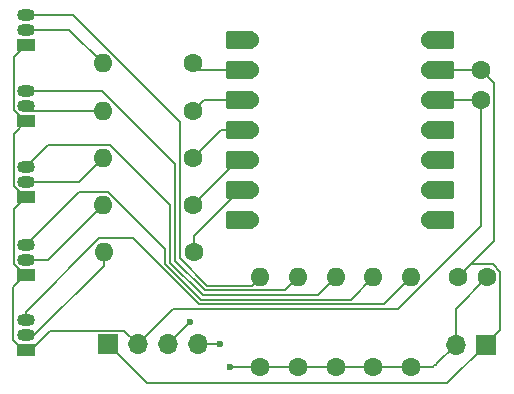
<source format=gbr>
%TF.GenerationSoftware,KiCad,Pcbnew,8.0.6*%
%TF.CreationDate,2024-12-06T19:29:04-08:00*%
%TF.ProjectId,ohmnote,6f686d6e-6f74-4652-9e6b-696361645f70,rev?*%
%TF.SameCoordinates,Original*%
%TF.FileFunction,Copper,L1,Top*%
%TF.FilePolarity,Positive*%
%FSLAX46Y46*%
G04 Gerber Fmt 4.6, Leading zero omitted, Abs format (unit mm)*
G04 Created by KiCad (PCBNEW 8.0.6) date 2024-12-06 19:29:04*
%MOMM*%
%LPD*%
G01*
G04 APERTURE LIST*
G04 Aperture macros list*
%AMRoundRect*
0 Rectangle with rounded corners*
0 $1 Rounding radius*
0 $2 $3 $4 $5 $6 $7 $8 $9 X,Y pos of 4 corners*
0 Add a 4 corners polygon primitive as box body*
4,1,4,$2,$3,$4,$5,$6,$7,$8,$9,$2,$3,0*
0 Add four circle primitives for the rounded corners*
1,1,$1+$1,$2,$3*
1,1,$1+$1,$4,$5*
1,1,$1+$1,$6,$7*
1,1,$1+$1,$8,$9*
0 Add four rect primitives between the rounded corners*
20,1,$1+$1,$2,$3,$4,$5,0*
20,1,$1+$1,$4,$5,$6,$7,0*
20,1,$1+$1,$6,$7,$8,$9,0*
20,1,$1+$1,$8,$9,$2,$3,0*%
G04 Aperture macros list end*
%TA.AperFunction,ComponentPad*%
%ADD10R,1.700000X1.700000*%
%TD*%
%TA.AperFunction,ComponentPad*%
%ADD11O,1.700000X1.700000*%
%TD*%
%TA.AperFunction,ComponentPad*%
%ADD12C,1.600000*%
%TD*%
%TA.AperFunction,ComponentPad*%
%ADD13O,1.600000X1.600000*%
%TD*%
%TA.AperFunction,SMDPad,CuDef*%
%ADD14RoundRect,0.152400X1.063600X0.609600X-1.063600X0.609600X-1.063600X-0.609600X1.063600X-0.609600X0*%
%TD*%
%TA.AperFunction,ComponentPad*%
%ADD15C,1.524000*%
%TD*%
%TA.AperFunction,SMDPad,CuDef*%
%ADD16RoundRect,0.152400X-1.063600X-0.609600X1.063600X-0.609600X1.063600X0.609600X-1.063600X0.609600X0*%
%TD*%
%TA.AperFunction,ComponentPad*%
%ADD17R,1.500000X1.050000*%
%TD*%
%TA.AperFunction,ComponentPad*%
%ADD18O,1.500000X1.050000*%
%TD*%
%TA.AperFunction,ViaPad*%
%ADD19C,0.600000*%
%TD*%
%TA.AperFunction,Conductor*%
%ADD20C,0.200000*%
%TD*%
G04 APERTURE END LIST*
D10*
%TO.P,J1,1,Pin_1*%
%TO.N,Net-(J1-Pin_1)*%
X169500000Y-105325000D03*
D11*
%TO.P,J1,2,Pin_2*%
%TO.N,Net-(J1-Pin_2)*%
X166960000Y-105325000D03*
%TD*%
D12*
%TO.P,R5,1*%
%TO.N,Net-(U1-GPIO23{slash}D5{slash}SCL)*%
X144800000Y-97500000D03*
D13*
%TO.P,R5,2*%
%TO.N,Net-(Q5-B)*%
X137180000Y-97500000D03*
%TD*%
D12*
%TO.P,R3,1*%
%TO.N,Net-(U1-GPIO21{slash}D3)*%
X144700000Y-89500000D03*
D13*
%TO.P,R3,2*%
%TO.N,Net-(Q3-B)*%
X137080000Y-89500000D03*
%TD*%
D12*
%TO.P,R2,1*%
%TO.N,Net-(U1-GPIO2{slash}A2{slash}D2)*%
X144700000Y-85500000D03*
D13*
%TO.P,R2,2*%
%TO.N,Net-(Q2-B)*%
X137080000Y-85500000D03*
%TD*%
D12*
%TO.P,R6,1*%
%TO.N,Net-(J1-Pin_2)*%
X150400000Y-107230000D03*
D13*
%TO.P,R6,2*%
%TO.N,Net-(Q1-C)*%
X150400000Y-99610000D03*
%TD*%
D14*
%TO.P,U1,1,GPIO0/A0/D0*%
%TO.N,Net-(J1-Pin_2)*%
X148725000Y-79500000D03*
D15*
X149560000Y-79500000D03*
D14*
%TO.P,U1,2,GPIO1/A1/D1*%
%TO.N,Net-(U1-GPIO1{slash}A1{slash}D1)*%
X148725000Y-82040000D03*
D15*
X149560000Y-82040000D03*
D14*
%TO.P,U1,3,GPIO2/A2/D2*%
%TO.N,Net-(U1-GPIO2{slash}A2{slash}D2)*%
X148725000Y-84580000D03*
D15*
X149560000Y-84580000D03*
D14*
%TO.P,U1,4,GPIO21/D3*%
%TO.N,Net-(U1-GPIO21{slash}D3)*%
X148725000Y-87120000D03*
D15*
X149560000Y-87120000D03*
D14*
%TO.P,U1,5,GPIO22/D4/SDA*%
%TO.N,Net-(U1-GPIO22{slash}D4{slash}SDA)*%
X148725000Y-89660000D03*
D15*
X149560000Y-89660000D03*
D14*
%TO.P,U1,6,GPIO23/D5/SCL*%
%TO.N,Net-(U1-GPIO23{slash}D5{slash}SCL)*%
X148725000Y-92200000D03*
D15*
X149560000Y-92200000D03*
D14*
%TO.P,U1,7,GPIO16/D6/TX*%
%TO.N,unconnected-(U1-GPIO16{slash}D6{slash}TX-Pad7)*%
X148725000Y-94740000D03*
D15*
X149560000Y-94740000D03*
%TO.P,U1,8,GPIO17/D7/RX*%
%TO.N,unconnected-(U1-GPIO17{slash}D7{slash}RX-Pad8)*%
X164800000Y-94740000D03*
D16*
X165635000Y-94740000D03*
D15*
%TO.P,U1,9,GPIO19/D8/SCK*%
%TO.N,unconnected-(U1-GPIO19{slash}D8{slash}SCK-Pad9)*%
X164800000Y-92200000D03*
D16*
X165635000Y-92200000D03*
D15*
%TO.P,U1,10,GPIO20/D9/MISO*%
%TO.N,Net-(J2-SCL)*%
X164800000Y-89660000D03*
D16*
X165635000Y-89660000D03*
D15*
%TO.P,U1,11,GPIO18/D10/MOSI*%
%TO.N,Net-(J2-SDA)*%
X164800000Y-87120000D03*
D16*
X165635000Y-87120000D03*
D15*
%TO.P,U1,12,3V3*%
%TO.N,Net-(J2-Vin)*%
X164800000Y-84580000D03*
D16*
X165635000Y-84580000D03*
D15*
%TO.P,U1,13,GND*%
%TO.N,Net-(J1-Pin_1)*%
X164800000Y-82040000D03*
D16*
X165635000Y-82040000D03*
D15*
%TO.P,U1,14,VBUS*%
%TO.N,unconnected-(U1-VBUS-Pad14)*%
X164800000Y-79500000D03*
D16*
X165635000Y-79500000D03*
%TD*%
D12*
%TO.P,R10,1*%
%TO.N,Net-(J1-Pin_2)*%
X163200000Y-107220000D03*
D13*
%TO.P,R10,2*%
%TO.N,Net-(Q5-C)*%
X163200000Y-99600000D03*
%TD*%
D12*
%TO.P,C1,1*%
%TO.N,Net-(J1-Pin_2)*%
X169650000Y-99600000D03*
%TO.P,C1,2*%
%TO.N,Net-(J1-Pin_1)*%
X167150000Y-99600000D03*
%TD*%
D17*
%TO.P,Q5,1,E*%
%TO.N,Net-(J2-Vin)*%
X130600000Y-105800000D03*
D18*
%TO.P,Q5,2,B*%
%TO.N,Net-(Q5-B)*%
X130600000Y-104530000D03*
%TO.P,Q5,3,C*%
%TO.N,Net-(Q5-C)*%
X130600000Y-103260000D03*
%TD*%
D12*
%TO.P,R8,1*%
%TO.N,Net-(J1-Pin_2)*%
X156800000Y-107210000D03*
D13*
%TO.P,R8,2*%
%TO.N,Net-(Q3-C)*%
X156800000Y-99590000D03*
%TD*%
D12*
%TO.P,R4,1*%
%TO.N,Net-(U1-GPIO22{slash}D4{slash}SDA)*%
X144700000Y-93500000D03*
D13*
%TO.P,R4,2*%
%TO.N,Net-(Q4-B)*%
X137080000Y-93500000D03*
%TD*%
D12*
%TO.P,C2,1*%
%TO.N,Net-(J1-Pin_1)*%
X169100000Y-82100000D03*
%TO.P,C2,2*%
%TO.N,Net-(J2-Vin)*%
X169100000Y-84600000D03*
%TD*%
D17*
%TO.P,Q2,1,E*%
%TO.N,Net-(J2-Vin)*%
X130600000Y-86400000D03*
D18*
%TO.P,Q2,2,B*%
%TO.N,Net-(Q2-B)*%
X130600000Y-85130000D03*
%TO.P,Q2,3,C*%
%TO.N,Net-(Q2-C)*%
X130600000Y-83860000D03*
%TD*%
D10*
%TO.P,J2,1,GND*%
%TO.N,Net-(J1-Pin_1)*%
X137500000Y-105275000D03*
D11*
%TO.P,J2,2,Vin*%
%TO.N,Net-(J2-Vin)*%
X140040000Y-105275000D03*
%TO.P,J2,3,SDA*%
%TO.N,Net-(J2-SDA)*%
X142580000Y-105275000D03*
%TO.P,J2,4,SCL*%
%TO.N,Net-(J2-SCL)*%
X145120000Y-105275000D03*
%TD*%
D12*
%TO.P,R7,1*%
%TO.N,Net-(J1-Pin_2)*%
X153600000Y-107220000D03*
D13*
%TO.P,R7,2*%
%TO.N,Net-(Q2-C)*%
X153600000Y-99600000D03*
%TD*%
D17*
%TO.P,Q3,1,E*%
%TO.N,Net-(J2-Vin)*%
X130600000Y-92800000D03*
D18*
%TO.P,Q3,2,B*%
%TO.N,Net-(Q3-B)*%
X130600000Y-91530000D03*
%TO.P,Q3,3,C*%
%TO.N,Net-(Q3-C)*%
X130600000Y-90260000D03*
%TD*%
D12*
%TO.P,R1,1*%
%TO.N,Net-(U1-GPIO1{slash}A1{slash}D1)*%
X144700000Y-81500000D03*
D13*
%TO.P,R1,2*%
%TO.N,Net-(Q1-B)*%
X137080000Y-81500000D03*
%TD*%
D17*
%TO.P,Q4,1,E*%
%TO.N,Net-(J2-Vin)*%
X130600000Y-99400000D03*
D18*
%TO.P,Q4,2,B*%
%TO.N,Net-(Q4-B)*%
X130600000Y-98130000D03*
%TO.P,Q4,3,C*%
%TO.N,Net-(Q4-C)*%
X130600000Y-96860000D03*
%TD*%
D17*
%TO.P,Q1,1,E*%
%TO.N,Net-(J2-Vin)*%
X130600000Y-79940000D03*
D18*
%TO.P,Q1,2,B*%
%TO.N,Net-(Q1-B)*%
X130600000Y-78670000D03*
%TO.P,Q1,3,C*%
%TO.N,Net-(Q1-C)*%
X130600000Y-77400000D03*
%TD*%
D12*
%TO.P,R9,1*%
%TO.N,Net-(J1-Pin_2)*%
X160000000Y-107210000D03*
D13*
%TO.P,R9,2*%
%TO.N,Net-(Q4-C)*%
X160000000Y-99590000D03*
%TD*%
D19*
%TO.N,Net-(J1-Pin_2)*%
X147825000Y-107225000D03*
%TO.N,Net-(J2-SCL)*%
X147000000Y-105250000D03*
%TO.N,Net-(J2-SDA)*%
X144475000Y-103375000D03*
%TD*%
D20*
%TO.N,Net-(J1-Pin_2)*%
X156800000Y-107210000D02*
X153610000Y-107210000D01*
X166960000Y-105325000D02*
X166960000Y-102290000D01*
X163095000Y-107220000D02*
X163085000Y-107210000D01*
X153610000Y-107210000D02*
X153600000Y-107220000D01*
X160000000Y-107210000D02*
X156800000Y-107210000D01*
X166960000Y-102290000D02*
X169650000Y-99600000D01*
X156360000Y-107210000D02*
X156225000Y-107075000D01*
X166960000Y-105325000D02*
X165325000Y-106960000D01*
X150410000Y-107220000D02*
X150400000Y-107230000D01*
X165325000Y-107075000D02*
X165175000Y-107075000D01*
X165325000Y-106960000D02*
X165325000Y-107075000D01*
X150400000Y-107230000D02*
X147830000Y-107230000D01*
X156800000Y-107210000D02*
X156360000Y-107210000D01*
X165030000Y-107220000D02*
X163200000Y-107220000D01*
X153600000Y-107220000D02*
X150410000Y-107220000D01*
X147830000Y-107230000D02*
X147825000Y-107225000D01*
X165175000Y-107075000D02*
X165030000Y-107220000D01*
X163200000Y-107220000D02*
X163095000Y-107220000D01*
X163085000Y-107210000D02*
X160000000Y-107210000D01*
%TO.N,Net-(Q1-C)*%
X134535635Y-77400000D02*
X143600000Y-86464365D01*
X143600000Y-98000000D02*
X145910000Y-100310000D01*
X145910000Y-100310000D02*
X149700000Y-100310000D01*
X130600000Y-77400000D02*
X134535635Y-77400000D01*
X149700000Y-100310000D02*
X150400000Y-99610000D01*
X143600000Y-86464365D02*
X143600000Y-98000000D01*
%TO.N,Net-(Q2-C)*%
X130600000Y-83860000D02*
X136995635Y-83860000D01*
X145710000Y-100710000D02*
X152490000Y-100710000D01*
X143200000Y-90064365D02*
X143200000Y-98200000D01*
X143200000Y-98200000D02*
X145710000Y-100710000D01*
X152490000Y-100710000D02*
X153600000Y-99600000D01*
X136995635Y-83860000D02*
X143200000Y-90064365D01*
%TO.N,Net-(Q3-C)*%
X142800000Y-93525000D02*
X142800000Y-98365686D01*
X137675000Y-88400000D02*
X142800000Y-93525000D01*
X132460000Y-88400000D02*
X137675000Y-88400000D01*
X145544314Y-101110000D02*
X155280000Y-101110000D01*
X155280000Y-101110000D02*
X156800000Y-99590000D01*
X130600000Y-90260000D02*
X132460000Y-88400000D01*
X142800000Y-98365686D02*
X145544314Y-101110000D01*
%TO.N,Net-(Q4-C)*%
X145378628Y-101510000D02*
X158080000Y-101510000D01*
X137550000Y-92400000D02*
X142400000Y-97250000D01*
X130600000Y-96860000D02*
X135060000Y-92400000D01*
X142400000Y-98531372D02*
X145378628Y-101510000D01*
X158080000Y-101510000D02*
X160000000Y-99590000D01*
X142400000Y-97250000D02*
X142400000Y-98531372D01*
X135060000Y-92400000D02*
X137550000Y-92400000D01*
%TO.N,Net-(Q5-B)*%
X137180000Y-97500000D02*
X137180000Y-98631370D01*
X131281370Y-104530000D02*
X130600000Y-104530000D01*
X137180000Y-98631370D02*
X131281370Y-104530000D01*
%TO.N,Net-(Q5-C)*%
X145212942Y-101910000D02*
X160890000Y-101910000D01*
X130600000Y-102524365D02*
X136804022Y-96320343D01*
X136804022Y-96320343D02*
X139623285Y-96320343D01*
X139623285Y-96320343D02*
X145212942Y-101910000D01*
X160890000Y-101910000D02*
X163200000Y-99600000D01*
X130600000Y-103260000D02*
X130600000Y-102524365D01*
%TO.N,Net-(U1-GPIO1{slash}A1{slash}D1)*%
X149560000Y-82040000D02*
X145240000Y-82040000D01*
X145240000Y-82040000D02*
X144700000Y-81500000D01*
%TO.N,Net-(U1-GPIO2{slash}A2{slash}D2)*%
X149560000Y-84580000D02*
X145620000Y-84580000D01*
X145620000Y-84580000D02*
X144700000Y-85500000D01*
%TO.N,Net-(U1-GPIO21{slash}D3)*%
X149560000Y-87120000D02*
X147080000Y-87120000D01*
X147080000Y-87120000D02*
X144700000Y-89500000D01*
%TO.N,Net-(U1-GPIO22{slash}D4{slash}SDA)*%
X148540000Y-89660000D02*
X144700000Y-93500000D01*
X149560000Y-89660000D02*
X148540000Y-89660000D01*
%TO.N,Net-(U1-GPIO23{slash}D5{slash}SCL)*%
X148725000Y-92200000D02*
X144800000Y-96125000D01*
X144800000Y-96125000D02*
X144800000Y-97500000D01*
%TO.N,Net-(J1-Pin_1)*%
X168250000Y-98500000D02*
X167150000Y-99600000D01*
X169040000Y-82040000D02*
X169100000Y-82100000D01*
X170200000Y-83200000D02*
X170200000Y-96550000D01*
X140825000Y-108600000D02*
X166225000Y-108600000D01*
X170750000Y-104075000D02*
X170750000Y-99144365D01*
X137500000Y-105275000D02*
X140825000Y-108600000D01*
X169100000Y-82100000D02*
X170200000Y-83200000D01*
X166225000Y-108600000D02*
X169500000Y-105325000D01*
X170200000Y-96550000D02*
X167150000Y-99600000D01*
X169500000Y-105325000D02*
X170750000Y-104075000D01*
X164800000Y-82040000D02*
X169040000Y-82040000D01*
X170105635Y-98500000D02*
X168250000Y-98500000D01*
X170750000Y-99144365D02*
X170105635Y-98500000D01*
%TO.N,Net-(J2-Vin)*%
X130600000Y-105800000D02*
X130375000Y-105800000D01*
X130375000Y-105800000D02*
X129525000Y-104950000D01*
X138890000Y-104125000D02*
X132650000Y-104125000D01*
X129550000Y-91871726D02*
X129550000Y-87450000D01*
X132650000Y-104125000D02*
X130975000Y-105800000D01*
X129550000Y-87450000D02*
X130600000Y-86400000D01*
X129525000Y-100475000D02*
X130600000Y-99400000D01*
X129550000Y-98471726D02*
X129550000Y-93850000D01*
X130600000Y-92800000D02*
X130478274Y-92800000D01*
X164820000Y-84600000D02*
X164800000Y-84580000D01*
X162045635Y-102310000D02*
X143005000Y-102310000D01*
X169100000Y-84600000D02*
X169100000Y-95255635D01*
X130478274Y-99400000D02*
X129550000Y-98471726D01*
X129550000Y-85471726D02*
X129550000Y-80990000D01*
X140040000Y-105275000D02*
X138890000Y-104125000D01*
X130600000Y-99400000D02*
X130478274Y-99400000D01*
X129550000Y-93850000D02*
X130600000Y-92800000D01*
X130975000Y-105800000D02*
X130600000Y-105800000D01*
X169100000Y-95255635D02*
X162045635Y-102310000D01*
X130478274Y-92800000D02*
X129550000Y-91871726D01*
X129525000Y-104950000D02*
X129525000Y-100475000D01*
X130478274Y-86400000D02*
X129550000Y-85471726D01*
X169100000Y-84600000D02*
X164820000Y-84600000D01*
X143005000Y-102310000D02*
X140040000Y-105275000D01*
X130600000Y-86400000D02*
X130478274Y-86400000D01*
X129550000Y-80990000D02*
X130600000Y-79940000D01*
%TO.N,Net-(J2-SCL)*%
X146975000Y-105275000D02*
X147000000Y-105250000D01*
X145120000Y-105275000D02*
X146975000Y-105275000D01*
%TO.N,Net-(J2-SDA)*%
X144475000Y-103380000D02*
X144475000Y-103375000D01*
X142580000Y-105275000D02*
X144475000Y-103380000D01*
%TO.N,Net-(Q1-B)*%
X137080000Y-81500000D02*
X134250000Y-78670000D01*
X134250000Y-78670000D02*
X130600000Y-78670000D01*
%TO.N,Net-(Q2-B)*%
X130970000Y-85500000D02*
X130600000Y-85130000D01*
X137080000Y-85500000D02*
X130970000Y-85500000D01*
%TO.N,Net-(Q3-B)*%
X137080000Y-89500000D02*
X135050000Y-91530000D01*
X135050000Y-91530000D02*
X130600000Y-91530000D01*
%TO.N,Net-(Q4-B)*%
X132450000Y-98130000D02*
X130600000Y-98130000D01*
X137080000Y-93500000D02*
X132450000Y-98130000D01*
%TD*%
M02*

</source>
